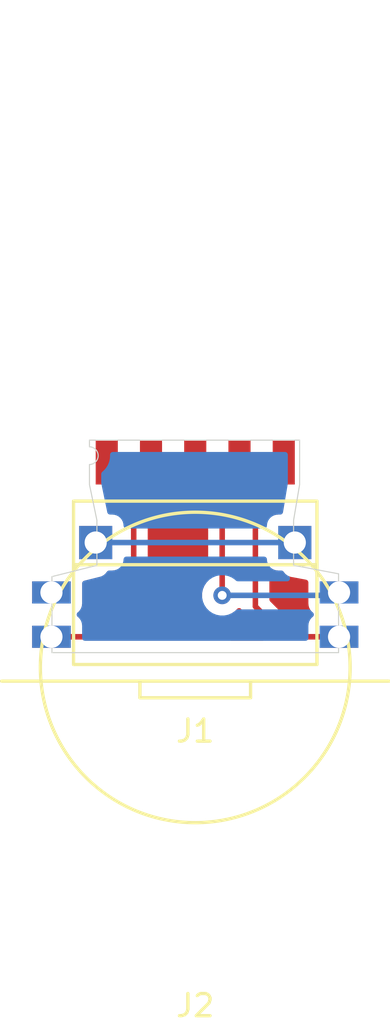
<source format=kicad_pcb>
(kicad_pcb (version 20171130) (host pcbnew 5.1.4+dfsg1-1)

  (general
    (thickness 1.6)
    (drawings 15)
    (tracks 16)
    (zones 0)
    (modules 2)
    (nets 5)
  )

  (page A4)
  (layers
    (0 F.Cu signal)
    (31 B.Cu signal)
    (32 B.Adhes user)
    (33 F.Adhes user)
    (34 B.Paste user)
    (35 F.Paste user)
    (36 B.SilkS user)
    (37 F.SilkS user)
    (38 B.Mask user)
    (39 F.Mask user)
    (40 Dwgs.User user)
    (41 Cmts.User user)
    (42 Eco1.User user)
    (43 Eco2.User user)
    (44 Edge.Cuts user)
    (45 Margin user)
    (46 B.CrtYd user)
    (47 F.CrtYd user)
    (48 B.Fab user)
    (49 F.Fab user)
  )

  (setup
    (last_trace_width 0.25)
    (trace_clearance 0.2)
    (zone_clearance 0.508)
    (zone_45_only no)
    (trace_min 0.2)
    (via_size 0.8)
    (via_drill 0.4)
    (via_min_size 0.4)
    (via_min_drill 0.3)
    (uvia_size 0.3)
    (uvia_drill 0.1)
    (uvias_allowed no)
    (uvia_min_size 0.2)
    (uvia_min_drill 0.1)
    (edge_width 0.05)
    (segment_width 0.2)
    (pcb_text_width 0.3)
    (pcb_text_size 1.5 1.5)
    (mod_edge_width 0.12)
    (mod_text_size 1 1)
    (mod_text_width 0.15)
    (pad_size 1.524 1.524)
    (pad_drill 0.762)
    (pad_to_mask_clearance 0.051)
    (solder_mask_min_width 0.25)
    (aux_axis_origin 0 0)
    (visible_elements FFFFFF7F)
    (pcbplotparams
      (layerselection 0x010fc_ffffffff)
      (usegerberextensions false)
      (usegerberattributes false)
      (usegerberadvancedattributes false)
      (creategerberjobfile false)
      (excludeedgelayer true)
      (linewidth 0.100000)
      (plotframeref false)
      (viasonmask false)
      (mode 1)
      (useauxorigin false)
      (hpglpennumber 1)
      (hpglpenspeed 20)
      (hpglpendiameter 15.000000)
      (psnegative false)
      (psa4output false)
      (plotreference true)
      (plotvalue true)
      (plotinvisibletext false)
      (padsonsilk false)
      (subtractmaskfromsilk false)
      (outputformat 1)
      (mirror false)
      (drillshape 1)
      (scaleselection 1)
      (outputdirectory ""))
  )

  (net 0 "")
  (net 1 "Net-(J1-Pad1)")
  (net 2 "Net-(J1-Pad2)")
  (net 3 "Net-(J1-Pad3)")
  (net 4 "Net-(J1-Pad5)")

  (net_class Default "This is the default net class."
    (clearance 0.2)
    (trace_width 0.25)
    (via_dia 0.8)
    (via_drill 0.4)
    (uvia_dia 0.3)
    (uvia_drill 0.1)
    (add_net "Net-(J1-Pad1)")
    (add_net "Net-(J1-Pad2)")
    (add_net "Net-(J1-Pad3)")
    (add_net "Net-(J1-Pad5)")
  )

  (module misc_footprints:CGB_VOL_SLIDER_v2 (layer F.Cu) (tedit 5DE47A5A) (tstamp 5DD11D92)
    (at 160.782 93.25)
    (path /5DD12068)
    (fp_text reference J2 (at 0 15.25) (layer F.SilkS)
      (effects (font (size 1 1) (thickness 0.15)))
    )
    (fp_text value Conn_01x06_Male (at 0 -29.25) (layer F.Fab)
      (effects (font (size 1 1) (thickness 0.15)))
    )
    (fp_line (start -5 2.75) (end 5 2.75) (layer Dwgs.User) (width 0.12))
    (fp_line (start 0 0) (end 0 2.75) (layer Dwgs.User) (width 0.12))
    (fp_line (start -5.5 -7.5) (end -5.5 -4.25) (layer F.SilkS) (width 0.15))
    (fp_line (start 5.5 -7.5) (end 5.5 -4.25) (layer F.SilkS) (width 0.15))
    (fp_line (start -5.5 -7.5) (end 5.5 -7.5) (layer F.SilkS) (width 0.15))
    (fp_line (start 0 0) (end 0 -7.5) (layer Dwgs.User) (width 0.12))
    (fp_circle (center 0 0) (end 7 0) (layer F.SilkS) (width 0.15))
    (pad 1 smd rect (at 4 -9.25 90) (size 2 1) (layers F.Cu F.Paste F.Mask)
      (net 1 "Net-(J1-Pad1)"))
    (pad 2 smd rect (at 2 -9.25 90) (size 2 1) (layers F.Cu F.Paste F.Mask)
      (net 2 "Net-(J1-Pad2)"))
    (pad 5 smd rect (at -4 -9.25 90) (size 2 1) (layers F.Cu F.Paste F.Mask)
      (net 3 "Net-(J1-Pad3)"))
    (pad 4 smd rect (at -2 -9.25 90) (size 2 1) (layers F.Cu F.Paste F.Mask))
    (pad 3 smd rect (at 0 -9.25 90) (size 2 1) (layers F.Cu F.Paste F.Mask))
  )

  (module misc_footprints:AGS_VOL_SLIDER (layer F.Cu) (tedit 5DD0D7FF) (tstamp 5DD11D80)
    (at 160.782 90.868)
    (path /5DD11BEB)
    (fp_text reference J1 (at 0 5.25) (layer F.SilkS)
      (effects (font (size 1 1) (thickness 0.15)))
    )
    (fp_text value Conn_01x05_Male (at 0 -5.5) (layer F.Fab)
      (effects (font (size 1 1) (thickness 0.15)))
    )
    (fp_line (start -5.5 -2.25) (end 5.5 -2.25) (layer F.SilkS) (width 0.15))
    (fp_line (start 5.5 -2.25) (end 5.5 2.25) (layer F.SilkS) (width 0.15))
    (fp_line (start 5.5 2.25) (end -5.5 2.25) (layer F.SilkS) (width 0.15))
    (fp_line (start -5.5 2.25) (end -5.5 -2.25) (layer F.SilkS) (width 0.15))
    (fp_line (start -8.75 3) (end 8.75 3) (layer F.SilkS) (width 0.15))
    (fp_line (start -2.5 3) (end -2.5 3.75) (layer F.SilkS) (width 0.15))
    (fp_line (start -2.5 3.75) (end 2.5 3.75) (layer F.SilkS) (width 0.15))
    (fp_line (start 2.5 3.75) (end 2.5 3) (layer F.SilkS) (width 0.15))
    (fp_line (start 5.5 -2.25) (end 5.5 1.5) (layer Dwgs.User) (width 0.12))
    (pad 1 thru_hole rect (at 6.5 1) (size 1.75 1) (drill 1) (layers *.Cu *.Mask)
      (net 1 "Net-(J1-Pad1)"))
    (pad 2 thru_hole rect (at 6.5 -1) (size 1.75 1) (drill 1) (layers *.Cu *.Mask)
      (net 2 "Net-(J1-Pad2)"))
    (pad 3 thru_hole rect (at -6.5 1) (size 1.75 1) (drill 1) (layers *.Cu *.Mask)
      (net 3 "Net-(J1-Pad3)"))
    (pad 4 thru_hole rect (at -6.5 -1) (size 1.75 1) (drill 1) (layers *.Cu *.Mask))
    (pad 5 thru_hole rect (at 4.5 -3.25 90) (size 1.5 1.5) (drill 1) (layers *.Cu *.Mask)
      (net 4 "Net-(J1-Pad5)"))
    (pad 5 thru_hole rect (at -4.5 -3.25 90) (size 1.5 1.5) (drill 1) (layers *.Cu *.Mask)
      (net 4 "Net-(J1-Pad5)"))
  )

  (gr_line (start 156 83.3) (end 156 83) (layer Edge.Cuts) (width 0.05) (tstamp 5DE4CC23))
  (gr_arc (start 156 83.7) (end 156 84.1) (angle -180) (layer Edge.Cuts) (width 0.05))
  (gr_line (start 156 85) (end 156 84.1) (layer Edge.Cuts) (width 0.05))
  (gr_line (start 156.337 86.614) (end 156 85) (layer Edge.Cuts) (width 0.05))
  (gr_line (start 165.5 85) (end 165.227 86.614) (layer Edge.Cuts) (width 0.05) (tstamp 5DE4CC1E))
  (gr_line (start 165.5 83) (end 165.5 85) (layer Edge.Cuts) (width 0.05))
  (gr_line (start 156 83) (end 165.5 83) (layer Edge.Cuts) (width 0.05))
  (gr_line (start 156.337 88.646) (end 156.337 86.614) (layer Edge.Cuts) (width 0.05))
  (gr_line (start 154.305 89.154) (end 156.337 88.646) (layer Edge.Cuts) (width 0.05))
  (gr_line (start 154.305 92.583) (end 154.305 89.154) (layer Edge.Cuts) (width 0.05))
  (gr_line (start 167.259 92.583) (end 154.305 92.583) (layer Edge.Cuts) (width 0.05))
  (gr_line (start 167.259 89.027) (end 167.259 92.583) (layer Edge.Cuts) (width 0.05))
  (gr_line (start 165.227 88.646) (end 167.259 89.027) (layer Edge.Cuts) (width 0.05))
  (gr_line (start 165.227 86.614) (end 165.227 88.646) (layer Edge.Cuts) (width 0.05))
  (gr_text makho (at 159.258 91.5035) (layer F.Cu)
    (effects (font (size 1 1) (thickness 0.15)))
  )

  (segment (start 164.782 84.5) (end 163.5 85.782) (width 0.25) (layer F.Cu) (net 1))
  (segment (start 164.782 84) (end 164.782 84.5) (width 0.25) (layer F.Cu) (net 1))
  (segment (start 163.5 85.782) (end 163.5 90.5) (width 0.25) (layer F.Cu) (net 1))
  (segment (start 164.868 91.868) (end 166.90899 91.868) (width 0.25) (layer F.Cu) (net 1))
  (segment (start 163.5 90.5) (end 164.868 91.868) (width 0.25) (layer F.Cu) (net 1))
  (via (at 162 90) (size 0.8) (drill 0.4) (layers F.Cu B.Cu) (net 2))
  (segment (start 162 85.282) (end 162 90) (width 0.25) (layer F.Cu) (net 2))
  (segment (start 162.782 84) (end 162.782 84.5) (width 0.25) (layer F.Cu) (net 2))
  (segment (start 162.782 84.5) (end 162 85.282) (width 0.25) (layer F.Cu) (net 2))
  (segment (start 162 90) (end 166.90899 90) (width 0.25) (layer B.Cu) (net 2))
  (segment (start 156.782 85.25) (end 158 86.468) (width 0.25) (layer F.Cu) (net 3))
  (segment (start 156.782 84) (end 156.782 85.25) (width 0.25) (layer F.Cu) (net 3))
  (segment (start 155.923038 91.868) (end 154.65501 91.868) (width 0.25) (layer F.Cu) (net 3))
  (segment (start 158 86.468) (end 158 89.791038) (width 0.25) (layer F.Cu) (net 3))
  (segment (start 158 89.791038) (end 155.923038 91.868) (width 0.25) (layer F.Cu) (net 3))
  (segment (start 165.282 87.618) (end 156.282 87.618) (width 0.25) (layer B.Cu) (net 4))

  (zone (net 0) (net_name "") (layer B.Cu) (tstamp 0) (hatch edge 0.508)
    (connect_pads (clearance 0.508))
    (min_thickness 0.254)
    (fill yes (arc_segments 32) (thermal_gap 0.508) (thermal_bridge_width 0.508))
    (polygon
      (pts
        (xy 154 83) (xy 167.5 83) (xy 167.5 92.5) (xy 154 92.5)
      )
    )
    (filled_polygon
      (pts
        (xy 163.906188 88.492482) (xy 163.942498 88.61218) (xy 164.001463 88.722494) (xy 164.080815 88.819185) (xy 164.177506 88.898537)
        (xy 164.28782 88.957502) (xy 164.407518 88.993812) (xy 164.532 89.006072) (xy 164.671098 89.006072) (xy 164.675576 89.01445)
        (xy 164.677901 89.017283) (xy 164.679663 89.020494) (xy 164.719127 89.067517) (xy 164.758053 89.114948) (xy 164.760883 89.11727)
        (xy 164.76324 89.120079) (xy 164.811113 89.158494) (xy 164.858551 89.197425) (xy 164.861784 89.199153) (xy 164.864639 89.201444)
        (xy 164.919074 89.229775) (xy 164.938204 89.24) (xy 162.703711 89.24) (xy 162.659774 89.196063) (xy 162.490256 89.082795)
        (xy 162.301898 89.004774) (xy 162.101939 88.965) (xy 161.898061 88.965) (xy 161.698102 89.004774) (xy 161.509744 89.082795)
        (xy 161.340226 89.196063) (xy 161.196063 89.340226) (xy 161.082795 89.509744) (xy 161.004774 89.698102) (xy 160.965 89.898061)
        (xy 160.965 90.101939) (xy 161.004774 90.301898) (xy 161.082795 90.490256) (xy 161.196063 90.659774) (xy 161.340226 90.803937)
        (xy 161.509744 90.917205) (xy 161.698102 90.995226) (xy 161.898061 91.035) (xy 162.101939 91.035) (xy 162.301898 90.995226)
        (xy 162.490256 90.917205) (xy 162.659774 90.803937) (xy 162.703711 90.76) (xy 165.907243 90.76) (xy 165.955815 90.819185)
        (xy 166.015296 90.868) (xy 165.955815 90.916815) (xy 165.876463 91.013506) (xy 165.817498 91.12382) (xy 165.781188 91.243518)
        (xy 165.768928 91.368) (xy 165.768928 91.923) (xy 155.795072 91.923) (xy 155.795072 91.368) (xy 155.782812 91.243518)
        (xy 155.746502 91.12382) (xy 155.687537 91.013506) (xy 155.608185 90.916815) (xy 155.548704 90.868) (xy 155.608185 90.819185)
        (xy 155.687537 90.722494) (xy 155.746502 90.61218) (xy 155.782812 90.492482) (xy 155.795072 90.368) (xy 155.795072 89.461794)
        (xy 156.44999 89.298064) (xy 156.466382 89.29645) (xy 156.512932 89.282329) (xy 156.528524 89.278431) (xy 156.543948 89.27292)
        (xy 156.590792 89.25871) (xy 156.605048 89.25109) (xy 156.620277 89.245649) (xy 156.662282 89.220498) (xy 156.705449 89.197425)
        (xy 156.717948 89.187167) (xy 156.731819 89.178862) (xy 156.768108 89.146002) (xy 156.805948 89.114948) (xy 156.816203 89.102452)
        (xy 156.828189 89.091599) (xy 156.85737 89.05229) (xy 156.888425 89.01445) (xy 156.892903 89.006072) (xy 157.032 89.006072)
        (xy 157.156482 88.993812) (xy 157.27618 88.957502) (xy 157.386494 88.898537) (xy 157.483185 88.819185) (xy 157.562537 88.722494)
        (xy 157.621502 88.61218) (xy 157.657812 88.492482) (xy 157.669087 88.378) (xy 163.894913 88.378)
      )
    )
    (filled_polygon
      (pts
        (xy 164.840001 84.944576) (xy 164.62259 86.229928) (xy 164.532 86.229928) (xy 164.407518 86.242188) (xy 164.28782 86.278498)
        (xy 164.177506 86.337463) (xy 164.080815 86.416815) (xy 164.001463 86.513506) (xy 163.942498 86.62382) (xy 163.906188 86.743518)
        (xy 163.894913 86.858) (xy 157.669087 86.858) (xy 157.657812 86.743518) (xy 157.621502 86.62382) (xy 157.562537 86.513506)
        (xy 157.483185 86.416815) (xy 157.386494 86.337463) (xy 157.27618 86.278498) (xy 157.156482 86.242188) (xy 157.032 86.229928)
        (xy 156.93104 86.229928) (xy 156.66 84.931836) (xy 156.66 84.527434) (xy 156.71003 84.485454) (xy 156.751892 84.442705)
        (xy 156.794326 84.400567) (xy 156.80015 84.393425) (xy 156.800153 84.393422) (xy 156.800156 84.393418) (xy 156.849068 84.332585)
        (xy 156.881798 84.282568) (xy 156.915273 84.232941) (xy 156.919599 84.224804) (xy 156.955767 84.155622) (xy 156.978176 84.100158)
        (xy 157.001359 84.045008) (xy 157.004022 84.036186) (xy 157.026063 83.961296) (xy 157.037277 83.902512) (xy 157.0493 83.843938)
        (xy 157.050199 83.834767) (xy 157.057274 83.757021) (xy 157.056856 83.697206) (xy 157.057116 83.66) (xy 164.84 83.66)
      )
    )
  )
  (zone (net 0) (net_name "") (layer F.Cu) (tstamp 0) (hatch edge 0.508)
    (connect_pads (clearance 0.508))
    (min_thickness 0.254)
    (fill yes (arc_segments 32) (thermal_gap 0.508) (thermal_bridge_width 0.508))
    (polygon
      (pts
        (xy 154 83) (xy 167.5 83) (xy 167.5 92.5) (xy 154 92.5)
      )
    )
    (filled_polygon
      (pts
        (xy 162.794454 90.792246) (xy 162.865026 90.924276) (xy 162.923254 90.995226) (xy 162.96 91.040001) (xy 162.988998 91.063799)
        (xy 163.848198 91.923) (xy 162.396572 91.923) (xy 162.396572 90.95601) (xy 162.490256 90.917205) (xy 162.659774 90.803937)
        (xy 162.76583 90.697881)
      )
    )
    (filled_polygon
      (pts
        (xy 164.28782 88.957502) (xy 164.407518 88.993812) (xy 164.532 89.006072) (xy 164.671098 89.006072) (xy 164.675576 89.01445)
        (xy 164.677901 89.017283) (xy 164.679663 89.020494) (xy 164.719127 89.067517) (xy 164.758053 89.114948) (xy 164.760883 89.11727)
        (xy 164.76324 89.120079) (xy 164.811113 89.158494) (xy 164.858551 89.197425) (xy 164.861784 89.199153) (xy 164.864639 89.201444)
        (xy 164.919074 89.229775) (xy 164.973208 89.25871) (xy 164.976712 89.259773) (xy 164.979963 89.261465) (xy 165.038894 89.278636)
        (xy 165.097618 89.29645) (xy 165.133659 89.3) (xy 165.768928 89.419113) (xy 165.768928 90.368) (xy 165.781188 90.492482)
        (xy 165.817498 90.61218) (xy 165.876463 90.722494) (xy 165.955815 90.819185) (xy 166.015296 90.868) (xy 165.955815 90.916815)
        (xy 165.876463 91.013506) (xy 165.825954 91.108) (xy 165.182802 91.108) (xy 164.26 90.185199) (xy 164.26 88.942632)
      )
    )
    (filled_polygon
      (pts
        (xy 157.240001 89.476235) (xy 156.605236 90.111) (xy 156.119429 90.111) (xy 156.119429 90.596808) (xy 155.692829 91.023407)
        (xy 155.687537 91.013506) (xy 155.608185 90.916815) (xy 155.548704 90.868) (xy 155.608185 90.819185) (xy 155.687537 90.722494)
        (xy 155.746502 90.61218) (xy 155.782812 90.492482) (xy 155.795072 90.368) (xy 155.795072 89.461794) (xy 156.44999 89.298064)
        (xy 156.466382 89.29645) (xy 156.512932 89.282329) (xy 156.528524 89.278431) (xy 156.543948 89.27292) (xy 156.590792 89.25871)
        (xy 156.605048 89.25109) (xy 156.620277 89.245649) (xy 156.662282 89.220498) (xy 156.705449 89.197425) (xy 156.717948 89.187167)
        (xy 156.731819 89.178862) (xy 156.768108 89.146002) (xy 156.805948 89.114948) (xy 156.816203 89.102452) (xy 156.828189 89.091599)
        (xy 156.85737 89.05229) (xy 156.888425 89.01445) (xy 156.892903 89.006072) (xy 157.032 89.006072) (xy 157.156482 88.993812)
        (xy 157.240001 88.968477)
      )
    )
    (filled_polygon
      (pts
        (xy 159.830815 85.451185) (xy 159.927506 85.530537) (xy 160.03782 85.589502) (xy 160.157518 85.625812) (xy 160.282 85.638072)
        (xy 161.24 85.638072) (xy 161.240001 89.296288) (xy 161.196063 89.340226) (xy 161.082795 89.509744) (xy 161.004774 89.698102)
        (xy 160.965 89.898061) (xy 160.965 90.101939) (xy 160.966802 90.111) (xy 158.690732 90.111) (xy 158.705546 90.083285)
        (xy 158.749003 89.940024) (xy 158.76 89.828371) (xy 158.76 89.828361) (xy 158.763676 89.791038) (xy 158.76 89.753715)
        (xy 158.76 86.505322) (xy 158.763676 86.467999) (xy 158.76 86.430676) (xy 158.76 86.430667) (xy 158.749003 86.319014)
        (xy 158.705546 86.175753) (xy 158.651289 86.074246) (xy 158.634974 86.043723) (xy 158.563799 85.956997) (xy 158.540001 85.927999)
        (xy 158.511004 85.904202) (xy 158.240818 85.634016) (xy 158.282 85.638072) (xy 159.282 85.638072) (xy 159.406482 85.625812)
        (xy 159.52618 85.589502) (xy 159.636494 85.530537) (xy 159.733185 85.451185) (xy 159.782 85.391704)
      )
    )
    (filled_polygon
      (pts
        (xy 164.62259 86.229928) (xy 164.532 86.229928) (xy 164.407518 86.242188) (xy 164.28782 86.278498) (xy 164.26 86.293368)
        (xy 164.26 86.096801) (xy 164.71873 85.638072) (xy 164.722699 85.638072)
      )
    )
  )
)

</source>
